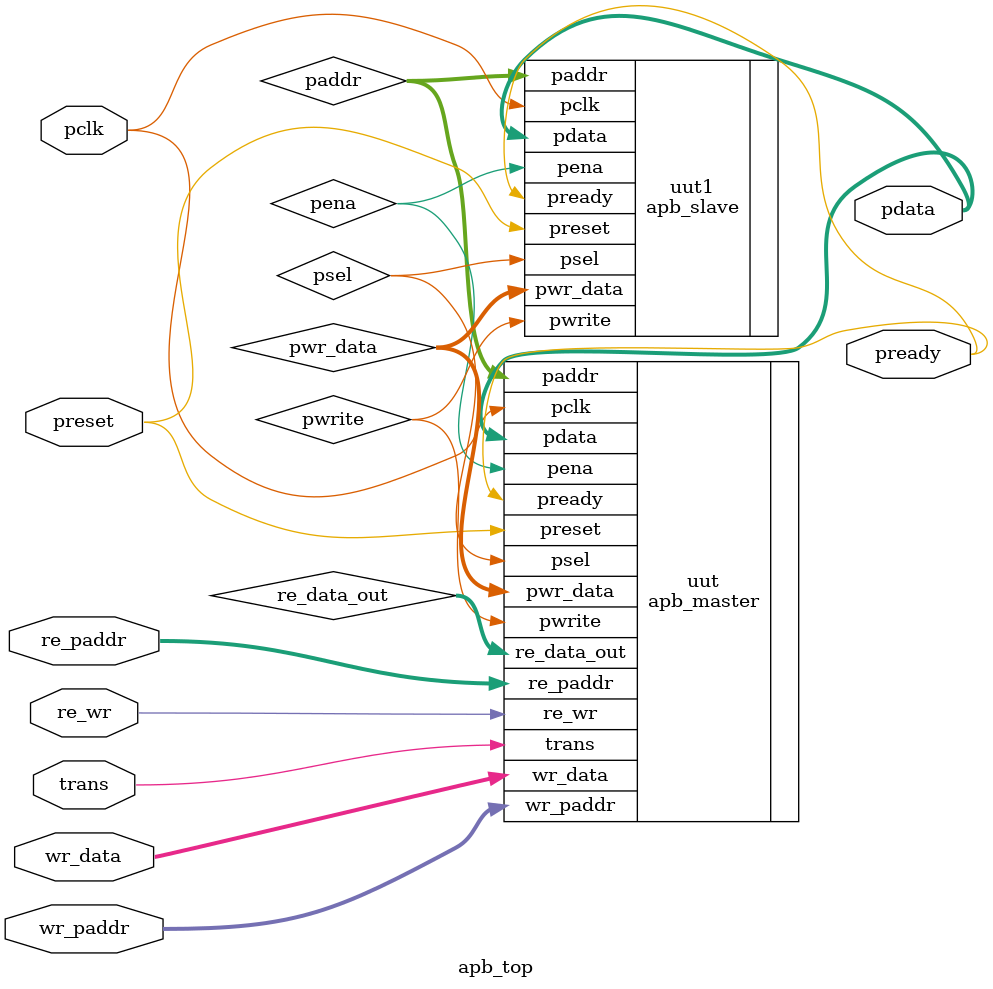
<source format=v>
module apb_top(
input pclk,
input preset,
input re_wr,
input trans,
input [7:0] wr_paddr,
input [7:0] wr_data,
input [7:0] re_paddr,
output pready,
output [7:0] pdata
);

wire psel,pena,pwrite;
wire [7:0] paddr,pwr_data,re_data_out;

apb_master uut(
	.pclk(pclk),
	.preset(preset),
	.trans(trans),
	.re_wr(re_wr),
	.pready(pready),
	.wr_paddr(wr_paddr),
	.wr_data(wr_data),
	.re_paddr(re_paddr),
	.pdata(pdata),
	.psel(psel),
	.pena(pena),
	.pwrite(pwrite),
	.paddr(paddr),
	.pwr_data(pwr_data),
	.re_data_out(re_data_out)
);

apb_slave uut1(
	.pclk(pclk),
	.preset(preset),
	.pwrite(pwrite),
	.psel(psel),
	.pena(pena),
	.paddr(paddr),
	.pwr_data(pwr_data),
	.pdata(pdata),
	.pready(pready)
);
endmodule

</source>
